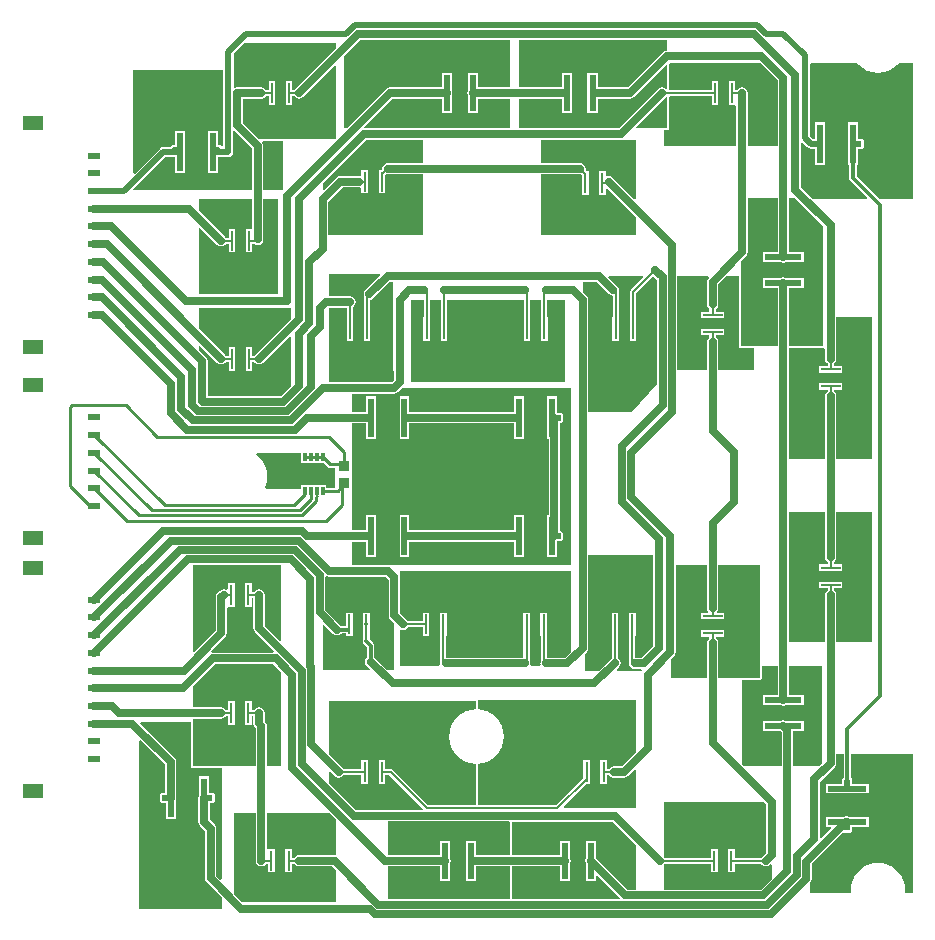
<source format=gtl>
G04*
G04 #@! TF.GenerationSoftware,Altium Limited,Altium Designer,19.0.12 (326)*
G04*
G04 Layer_Physical_Order=1*
G04 Layer_Color=255*
%FSLAX25Y25*%
%MOIN*%
G70*
G01*
G75*
%ADD12C,0.01000*%
%ADD16R,0.01968X0.12992*%
%ADD17R,0.05118X0.12992*%
%ADD18R,0.12992X0.01968*%
%ADD19R,0.12992X0.05118*%
%ADD20R,0.00984X0.06693*%
%ADD21R,0.01968X0.06693*%
%ADD22R,0.06693X0.00984*%
%ADD23R,0.06693X0.01968*%
%ADD24R,0.03740X0.03740*%
%ADD25R,0.01181X0.02953*%
%ADD26R,0.06890X0.05709*%
%ADD27R,0.02165X0.12205*%
%ADD28R,0.04134X0.12205*%
%ADD29R,0.12205X0.02165*%
%ADD30R,0.12205X0.04134*%
%ADD31R,0.03937X0.02362*%
%ADD32R,0.07087X0.04921*%
%ADD33R,0.02165X0.01968*%
%ADD34R,0.01968X0.02165*%
%ADD55C,0.02000*%
%ADD56C,0.02500*%
%ADD57C,0.00800*%
%ADD58C,0.01200*%
G36*
X500000Y437258D02*
X499809Y437179D01*
X488637D01*
X481063Y444754D01*
Y448404D01*
X481423D01*
Y453866D01*
X482792D01*
X483251Y454057D01*
X483441Y454516D01*
Y456484D01*
X483251Y456944D01*
X482792Y457134D01*
X481423D01*
Y462596D01*
X478255D01*
Y448404D01*
X478616D01*
Y444247D01*
X478709Y443779D01*
X478974Y443382D01*
X484715Y437641D01*
X484523Y437179D01*
X466334D01*
X462516Y440997D01*
Y455729D01*
X463016Y455937D01*
X464606Y454347D01*
X465136Y453993D01*
X465760Y453869D01*
X465857D01*
X465863Y453866D01*
X467231D01*
Y448404D01*
X470400D01*
Y455263D01*
X470447Y455500D01*
X470400Y455737D01*
Y462596D01*
X467231D01*
Y457134D01*
X466433D01*
X465511Y458056D01*
Y481751D01*
X466043Y482283D01*
X481309D01*
X481748Y481748D01*
X483129Y480616D01*
X484703Y479774D01*
X486412Y479256D01*
X488189Y479081D01*
X489966Y479256D01*
X491675Y479774D01*
X493249Y480616D01*
X494630Y481748D01*
X495069Y482283D01*
X500000D01*
Y437258D01*
D02*
G37*
G36*
X365500Y474327D02*
X354832D01*
Y479143D01*
X351467D01*
Y473252D01*
X351407Y473163D01*
X351263Y472441D01*
X351407Y471719D01*
X351467Y471629D01*
Y465739D01*
X354832D01*
Y470555D01*
X365500D01*
Y460630D01*
X317209D01*
X317017Y461092D01*
X326480Y470555D01*
X342806D01*
Y465739D01*
X346171D01*
Y471629D01*
X346231Y471719D01*
X346374Y472441D01*
X346231Y473163D01*
X346171Y473252D01*
Y479143D01*
X342806D01*
Y474327D01*
X325699D01*
X324977Y474184D01*
X324365Y473775D01*
X311220Y460630D01*
X310236D01*
Y484734D01*
X315502Y490000D01*
X365500D01*
Y474327D01*
D02*
G37*
G36*
X418022Y486575D02*
X417760D01*
X417038Y486432D01*
X416426Y486023D01*
X404731Y474327D01*
X394753D01*
Y479143D01*
X391388D01*
Y465739D01*
X394753D01*
Y470555D01*
X405512D01*
X406234Y470698D01*
X406846Y471107D01*
X417560Y481821D01*
X418022Y481630D01*
Y474039D01*
X417814Y473910D01*
X417522Y473825D01*
X416985Y474184D01*
X416263Y474327D01*
X415541Y474184D01*
X414929Y473775D01*
X401784Y460630D01*
X368504D01*
Y470555D01*
X382726D01*
Y465739D01*
X386091D01*
Y479143D01*
X382726D01*
Y474327D01*
X368504D01*
Y490000D01*
X418022D01*
Y486575D01*
D02*
G37*
G36*
X307500Y487333D02*
X293942Y473775D01*
X293732Y473460D01*
X293021D01*
Y476387D01*
X290836D01*
Y468495D01*
X293021D01*
Y471421D01*
X293732D01*
X293942Y471107D01*
X294554Y470698D01*
X295276Y470555D01*
X295997Y470698D01*
X296609Y471107D01*
X307038Y481536D01*
X307500Y481345D01*
Y457000D01*
X281888D01*
X276390Y462498D01*
Y470555D01*
X282676D01*
X283398Y470698D01*
X284010Y471107D01*
X284220Y471421D01*
X285128D01*
Y468495D01*
X287312D01*
Y476387D01*
X285128D01*
Y473460D01*
X284220D01*
X284010Y473775D01*
X283398Y474184D01*
X282676Y474327D01*
X274503D01*
X274000Y474227D01*
X273500Y474551D01*
Y485760D01*
X276740Y489000D01*
X307500D01*
Y487333D01*
D02*
G37*
G36*
X417819Y470969D02*
X418022Y470843D01*
Y460630D01*
X407773D01*
X407581Y461092D01*
X417522Y471032D01*
X417819Y470969D01*
D02*
G37*
G36*
X454807Y476552D02*
Y454724D01*
X444800D01*
Y472441D01*
X444656Y473163D01*
X444247Y473775D01*
X443635Y474184D01*
X442913Y474327D01*
X442192Y474184D01*
X441580Y473775D01*
X441370Y473460D01*
X440658D01*
Y476387D01*
X438474D01*
Y468495D01*
X440658D01*
X441027Y468178D01*
Y454724D01*
X417000D01*
Y459980D01*
X418022D01*
X418481Y460171D01*
X418671Y460630D01*
Y470843D01*
X418642Y470915D01*
X418654Y470992D01*
X418950Y471406D01*
X418973Y471421D01*
X432765D01*
Y468495D01*
X434950D01*
Y476387D01*
X432765D01*
Y473460D01*
X418973D01*
X418950Y473476D01*
X418654Y473890D01*
X418642Y473967D01*
X418671Y474039D01*
Y481630D01*
X418622Y481749D01*
Y481879D01*
X418903Y482255D01*
X418940Y482283D01*
X449076D01*
X454807Y476552D01*
D02*
G37*
G36*
X270022Y454837D02*
X269605Y454690D01*
X269522Y454674D01*
X269006Y455019D01*
X268382Y455143D01*
X268096D01*
Y459852D01*
X264928D01*
Y452993D01*
X264880Y452756D01*
X264928Y452519D01*
Y445660D01*
X268096D01*
Y451122D01*
X269465D01*
X269470Y451125D01*
X271654D01*
X272278Y451249D01*
X272807Y451602D01*
X273161Y452132D01*
X273285Y452756D01*
Y459615D01*
X273747Y459806D01*
X279610Y453943D01*
Y440000D01*
X240124D01*
X240051Y440500D01*
X250676Y451125D01*
X252530D01*
X252535Y451122D01*
X253904D01*
Y445660D01*
X257072D01*
Y452519D01*
X257119Y452756D01*
X257072Y452993D01*
Y459852D01*
X253904D01*
Y455143D01*
X253618D01*
X252994Y455019D01*
X252465Y454665D01*
X252279Y454387D01*
X250000D01*
X249376Y454263D01*
X248847Y453909D01*
X240462Y445525D01*
X240000Y445716D01*
Y480000D01*
X270022D01*
Y454837D01*
D02*
G37*
G36*
X289997Y440000D02*
X283382D01*
Y454724D01*
X283239Y455446D01*
X282969Y455851D01*
X283224Y456351D01*
X289997D01*
Y440000D01*
D02*
G37*
G36*
X336614Y449130D02*
X324803D01*
X324081Y448987D01*
X323469Y448578D01*
X323060Y447966D01*
X322917Y447244D01*
X322483Y446860D01*
X321762D01*
Y438967D01*
X323946D01*
Y444945D01*
X324432Y445432D01*
X324803Y445358D01*
X336614D01*
Y425197D01*
X305036D01*
Y436227D01*
X309836Y441027D01*
X315354D01*
X315667Y441089D01*
X316054Y440772D01*
Y438967D01*
X318238D01*
Y446860D01*
X316054D01*
Y445055D01*
X315667Y444737D01*
X315354Y444800D01*
X309055D01*
X308333Y444656D01*
X307721Y444247D01*
X303611Y440137D01*
X303150Y440329D01*
Y442214D01*
X317628Y456693D01*
X336614D01*
Y449130D01*
D02*
G37*
G36*
X407480Y437179D02*
X407018Y436988D01*
X399759Y444247D01*
X399147Y444656D01*
X398425Y444800D01*
X397947Y444704D01*
X397446Y445040D01*
Y446447D01*
X395262D01*
Y438553D01*
X397446D01*
Y440571D01*
X397908Y440763D01*
X407480Y431191D01*
Y425197D01*
X375984D01*
Y445358D01*
X388976D01*
X389120Y445387D01*
X389553Y445014D01*
Y438553D01*
X391738D01*
Y446447D01*
X391216D01*
X390789Y446874D01*
X390863Y447244D01*
X390719Y447966D01*
X390310Y448578D01*
X389698Y448987D01*
X388976Y449130D01*
X375984D01*
Y456693D01*
X407480D01*
Y437179D01*
D02*
G37*
G36*
X288215Y405512D02*
X261811D01*
Y427388D01*
X262273Y427579D01*
X267958Y421895D01*
X268569Y421486D01*
X269291Y421342D01*
X270013Y421486D01*
X270625Y421895D01*
X270835Y422209D01*
X271743D01*
Y419282D01*
X273927D01*
Y427175D01*
X271743D01*
Y424248D01*
X270835D01*
X270625Y424562D01*
X261811Y433376D01*
Y437008D01*
X279610D01*
Y427175D01*
X277451D01*
Y419282D01*
X279635D01*
Y422209D01*
X280282D01*
X280774Y421880D01*
X281496Y421737D01*
X282218Y421880D01*
X282830Y422289D01*
X283239Y422901D01*
X283382Y423623D01*
Y437008D01*
X288215D01*
Y405512D01*
D02*
G37*
G36*
X470000Y428178D02*
Y388000D01*
X458579D01*
Y407372D01*
X463395D01*
Y410738D01*
X457505D01*
X457415Y410798D01*
X456693Y410941D01*
X455971Y410798D01*
X455881Y410738D01*
X449991D01*
Y407372D01*
X454807D01*
Y388000D01*
X442500D01*
Y416210D01*
X444247Y417958D01*
X444656Y418570D01*
X444800Y419291D01*
Y437500D01*
X454807D01*
Y419399D01*
X449991D01*
Y416034D01*
X455881D01*
X455971Y415974D01*
X456693Y415830D01*
X457415Y415974D01*
X457505Y416034D01*
X463395D01*
Y419399D01*
X458579D01*
Y437500D01*
X460678D01*
X470000Y428178D01*
D02*
G37*
G36*
X441851Y388000D02*
X442041Y387541D01*
X442500Y387351D01*
X446850D01*
Y379921D01*
X434957D01*
Y389369D01*
X434813Y390091D01*
X434405Y390703D01*
X434091Y390913D01*
Y391624D01*
X437017D01*
Y393809D01*
X429124D01*
Y391624D01*
X432051D01*
Y390913D01*
X431737Y390703D01*
X431328Y390091D01*
X431185Y389369D01*
Y379921D01*
X421386D01*
Y411417D01*
X431718D01*
X431910Y410955D01*
X431737Y410783D01*
X431328Y410171D01*
X431185Y409449D01*
Y401968D01*
X431328Y401247D01*
X431737Y400635D01*
X432051Y400425D01*
Y399517D01*
X429124D01*
Y397333D01*
X437017D01*
Y399517D01*
X434091D01*
Y400425D01*
X434405Y400635D01*
X434813Y401247D01*
X434957Y401968D01*
Y408668D01*
X437707Y411417D01*
X441851D01*
Y388000D01*
D02*
G37*
G36*
X410028Y411076D02*
X405775Y406823D01*
X405554Y406493D01*
X405477Y406102D01*
Y397647D01*
X405404D01*
Y389754D01*
X407588D01*
Y397647D01*
X407516D01*
Y405680D01*
X413262Y411426D01*
X414514Y410174D01*
Y375497D01*
X406283Y366000D01*
X391650D01*
Y403543D01*
X391506Y404265D01*
X391098Y404877D01*
X390000Y405975D01*
Y409531D01*
X394494D01*
X398666Y405359D01*
X399278Y404950D01*
X399768Y404853D01*
Y397647D01*
X399695D01*
Y389754D01*
X401880D01*
Y397647D01*
X401807D01*
Y405905D01*
X401768Y406100D01*
X401886Y406693D01*
X401743Y407415D01*
X401334Y408027D01*
X398284Y411076D01*
X398476Y411538D01*
X409836Y411538D01*
X410028Y411076D01*
D02*
G37*
G36*
X383858Y375984D02*
X332677D01*
Y403543D01*
X336776D01*
Y397647D01*
X336703D01*
Y389754D01*
X338887D01*
Y397647D01*
X338815D01*
Y403543D01*
X342484D01*
Y397647D01*
X342412D01*
Y389754D01*
X344596D01*
Y397647D01*
X344524D01*
Y403543D01*
X370240D01*
Y397647D01*
X370168D01*
Y389754D01*
X372352D01*
Y397647D01*
X372279D01*
Y403543D01*
X375949D01*
Y397647D01*
X375876D01*
Y389754D01*
X378061D01*
Y397647D01*
X377988D01*
Y403543D01*
X383858D01*
Y375984D01*
D02*
G37*
G36*
X322256Y411538D02*
X317367Y406649D01*
X316958Y406037D01*
X316814Y405315D01*
X316894Y404916D01*
Y397647D01*
X316821D01*
Y389754D01*
X319005D01*
Y397647D01*
X318933D01*
Y403475D01*
X319423Y403572D01*
X320035Y403981D01*
X325585Y409531D01*
X326593D01*
Y379921D01*
X326854Y379682D01*
Y376766D01*
X326073Y375984D01*
X305118D01*
Y400870D01*
X311185D01*
Y397647D01*
X311113D01*
Y389754D01*
X313297D01*
Y397647D01*
X313224D01*
Y401212D01*
X313539Y401422D01*
X313947Y402034D01*
X314091Y402756D01*
X313947Y403478D01*
X313539Y404090D01*
X312927Y404499D01*
X312205Y404642D01*
X305118D01*
Y412000D01*
X322065D01*
X322256Y411538D01*
D02*
G37*
G36*
X292520Y397155D02*
X280557Y385192D01*
X280347Y384878D01*
X279635D01*
Y387805D01*
X277451D01*
Y379912D01*
X279635D01*
Y382839D01*
X280347D01*
X280557Y382524D01*
X281169Y382116D01*
X281891Y381972D01*
X282612Y382116D01*
X283224Y382524D01*
X292058Y391358D01*
X292520Y391167D01*
Y374715D01*
X289215Y371410D01*
X264853D01*
Y383011D01*
X264709Y383733D01*
X264300Y384345D01*
X261811Y386834D01*
Y388018D01*
X262273Y388209D01*
X267958Y382524D01*
X268569Y382116D01*
X269291Y381972D01*
X270013Y382116D01*
X270625Y382524D01*
X270835Y382839D01*
X271743D01*
Y379912D01*
X273927D01*
Y387805D01*
X271743D01*
Y384878D01*
X270835D01*
X270625Y385192D01*
X261811Y394006D01*
Y400787D01*
X292520D01*
Y397155D01*
D02*
G37*
G36*
X486221Y350500D02*
X474327D01*
Y371259D01*
X474184Y371981D01*
X473775Y372593D01*
X473460Y372803D01*
Y373514D01*
X476387D01*
Y375698D01*
X468495D01*
Y373514D01*
X471421D01*
Y372803D01*
X471107Y372593D01*
X470698Y371981D01*
X470555Y371259D01*
Y350500D01*
X458579D01*
Y387351D01*
X470000D01*
X470055Y387373D01*
X470555Y387039D01*
Y383858D01*
X470698Y383136D01*
X471107Y382524D01*
X471421Y382315D01*
Y381407D01*
X468495D01*
Y379223D01*
X476387D01*
Y381407D01*
X473460D01*
Y382315D01*
X473775Y382524D01*
X474184Y383136D01*
X474327Y383858D01*
Y397638D01*
X486221D01*
Y350500D01*
D02*
G37*
G36*
X385827Y314961D02*
X312992D01*
Y322917D01*
X317707D01*
Y317707D01*
X320876D01*
Y331899D01*
X317707D01*
Y326689D01*
X312992D01*
Y362287D01*
X317707D01*
Y357077D01*
X320876D01*
Y371269D01*
X317707D01*
Y366059D01*
X312992D01*
Y372130D01*
X326772D01*
X327494Y372273D01*
X328105Y372682D01*
X329439Y374016D01*
X385827D01*
Y314961D01*
D02*
G37*
G36*
X296054Y349105D02*
X303640D01*
X304916Y347829D01*
X304916Y347829D01*
X305279Y347586D01*
X305709Y347500D01*
X307087D01*
Y340885D01*
X304340D01*
Y341840D01*
X296054D01*
Y340551D01*
X284251D01*
X284064Y340863D01*
X284020Y341051D01*
X284524Y342711D01*
X284699Y344488D01*
X284524Y346265D01*
X284006Y347974D01*
X283164Y349549D01*
X282031Y350929D01*
X280894Y351862D01*
X281073Y352362D01*
X296054D01*
Y349105D01*
D02*
G37*
G36*
X486221Y289370D02*
X474327D01*
Y305118D01*
X474184Y305840D01*
X473775Y306452D01*
X473460Y306662D01*
Y307373D01*
X476387D01*
Y309558D01*
X468495D01*
Y307373D01*
X471421D01*
Y306662D01*
X471107Y306452D01*
X470698Y305840D01*
X470555Y305118D01*
Y289370D01*
X458661D01*
Y332677D01*
X470555D01*
Y317717D01*
X470698Y316996D01*
X471107Y316384D01*
X471421Y316174D01*
Y315266D01*
X468495D01*
Y313082D01*
X476387D01*
Y315266D01*
X473460D01*
Y316174D01*
X473775Y316384D01*
X474184Y316996D01*
X474327Y317717D01*
Y332677D01*
X486221D01*
Y289370D01*
D02*
G37*
G36*
X448819Y277559D02*
X434957D01*
Y288976D01*
X434813Y289697D01*
X434405Y290309D01*
X434091Y290519D01*
Y291231D01*
X437017D01*
Y293415D01*
X429124D01*
Y291231D01*
X432051D01*
Y290519D01*
X431737Y290309D01*
X431328Y289697D01*
X431185Y288976D01*
Y277559D01*
X419291D01*
Y283721D01*
X420188Y284618D01*
X420597Y285230D01*
X420741Y285952D01*
Y314961D01*
X431185D01*
Y300853D01*
X431328Y300131D01*
X431667Y299624D01*
X431542Y299254D01*
X431446Y299124D01*
X429124D01*
Y296939D01*
X437017D01*
Y299124D01*
X434696D01*
X434600Y299254D01*
X434474Y299624D01*
X434813Y300131D01*
X434957Y300853D01*
Y314961D01*
X448819D01*
Y277559D01*
D02*
G37*
G36*
X289370Y289835D02*
X288908Y289644D01*
X283776Y294776D01*
Y305118D01*
X283632Y305840D01*
X283224Y306452D01*
X282612Y306861D01*
X281890Y307004D01*
X281168Y306861D01*
X280556Y306452D01*
X280346Y306138D01*
X279439D01*
Y309065D01*
X277254D01*
Y301172D01*
X279439D01*
Y304099D01*
X280003D01*
Y293994D01*
X280147Y293272D01*
X280556Y292660D01*
X286868Y286348D01*
X286677Y285886D01*
X266500D01*
X266201Y285827D01*
X265955Y286288D01*
X270624Y290957D01*
X271033Y291569D01*
X271177Y292290D01*
Y300855D01*
X271546Y301172D01*
X273730D01*
Y309065D01*
X271546D01*
Y306991D01*
X271046Y306723D01*
X270840Y306861D01*
X270118Y307004D01*
X269396Y306861D01*
X268784Y306452D01*
X267957Y305624D01*
X267548Y305012D01*
X267404Y304291D01*
Y293072D01*
X260304Y285972D01*
X259842Y286163D01*
Y315114D01*
X289370D01*
Y289835D01*
D02*
G37*
G36*
X413386Y288101D02*
X409455Y284170D01*
X407319D01*
Y291329D01*
X407391D01*
Y299222D01*
X405207D01*
Y291329D01*
X405280D01*
Y283071D01*
X405318Y282876D01*
X405200Y282283D01*
X405344Y281562D01*
X405753Y280950D01*
X406365Y280541D01*
X407087Y280397D01*
X409345D01*
X409612Y279897D01*
X409599Y279878D01*
X401309Y279878D01*
X401118Y280340D01*
X401924Y281147D01*
X402333Y281758D01*
X402477Y282480D01*
X402333Y283202D01*
X401924Y283814D01*
X401610Y284024D01*
Y291329D01*
X401683D01*
Y299222D01*
X399498D01*
Y291329D01*
X399571D01*
Y284024D01*
X399257Y283814D01*
X395321Y279878D01*
X390500D01*
Y285470D01*
X391098Y286068D01*
X391506Y286680D01*
X391650Y287402D01*
Y318500D01*
X413386Y318500D01*
X413386Y288101D01*
D02*
G37*
G36*
X385827Y286132D02*
X383864Y284170D01*
X377791D01*
Y291329D01*
X377864D01*
Y299222D01*
X375679D01*
Y291329D01*
X375752D01*
Y283071D01*
X375791Y282876D01*
X375673Y282283D01*
X375730Y281996D01*
X375320Y281496D01*
X372712D01*
X372302Y281996D01*
X372359Y282283D01*
X372215Y283005D01*
X372083Y283204D01*
Y291329D01*
X372155D01*
Y299222D01*
X369971D01*
Y291329D01*
X370043D01*
Y284170D01*
X344327D01*
Y291329D01*
X344399D01*
Y299222D01*
X342215D01*
Y291329D01*
X342287D01*
Y283071D01*
X342326Y282876D01*
X342208Y282283D01*
X342265Y281996D01*
X341855Y281496D01*
X328740D01*
Y293352D01*
X329181Y293587D01*
X329262Y293533D01*
X329984Y293389D01*
X330706Y293533D01*
X331318Y293942D01*
X331528Y294256D01*
X336506D01*
Y291329D01*
X338690D01*
Y299222D01*
X336506D01*
Y296295D01*
X331528D01*
X331318Y296609D01*
X328886Y299041D01*
Y311000D01*
X328743Y311722D01*
X328740Y311726D01*
Y312992D01*
X385827D01*
Y286132D01*
D02*
G37*
G36*
X304546Y311257D02*
X305268Y311114D01*
X324219D01*
X325114Y310219D01*
Y298260D01*
X325257Y297538D01*
X325666Y296926D01*
X326772Y295821D01*
Y280000D01*
X324668D01*
X320444Y284224D01*
X320334Y284297D01*
Y288240D01*
X320241Y288708D01*
X319975Y289106D01*
X318727Y290354D01*
Y291329D01*
X318809D01*
Y294750D01*
X318847Y294807D01*
X318940Y295276D01*
X318847Y295744D01*
X318809Y295801D01*
Y299222D01*
X316624D01*
Y295806D01*
X316577Y295734D01*
X316484Y295266D01*
X316577Y294798D01*
X316624Y294726D01*
Y291329D01*
X316687D01*
Y290278D01*
X316577Y290112D01*
X316484Y289644D01*
X316577Y289175D01*
X316842Y288778D01*
X317887Y287734D01*
Y284297D01*
X317776Y284224D01*
X317368Y283612D01*
X317224Y282890D01*
X317368Y282168D01*
X317776Y281556D01*
X318870Y280462D01*
X318679Y280000D01*
X303150D01*
Y295030D01*
X303611Y295221D01*
X306666Y292166D01*
X307278Y291757D01*
X308000Y291614D01*
X308722Y291757D01*
X309334Y292166D01*
X309407Y292277D01*
X310916D01*
Y291329D01*
X313100D01*
Y299222D01*
X310916D01*
Y294724D01*
X309407D01*
X309334Y294834D01*
X303986Y300181D01*
Y311101D01*
X304427Y311337D01*
X304546Y311257D01*
D02*
G37*
G36*
X469500Y248847D02*
X468685Y248031D01*
X459886D01*
Y259735D01*
X463395D01*
Y263100D01*
X457505D01*
X457415Y263160D01*
X456693Y263304D01*
X455971Y263160D01*
X455881Y263100D01*
X449991D01*
Y259735D01*
X455708D01*
X456114Y259329D01*
Y248031D01*
X443612D01*
X442913Y248730D01*
Y276910D01*
X448819D01*
X449278Y277100D01*
X449468Y277559D01*
Y281496D01*
X454807D01*
Y271761D01*
X449991D01*
Y268396D01*
X455881D01*
X455971Y268336D01*
X456693Y268193D01*
X457415Y268336D01*
X457505Y268396D01*
X463395D01*
Y271761D01*
X458579D01*
Y281496D01*
X469500D01*
Y248847D01*
D02*
G37*
G36*
X289370Y279462D02*
Y248031D01*
X284563D01*
Y261503D01*
X284419Y262225D01*
X284010Y262837D01*
X283776Y263071D01*
Y265748D01*
X283632Y266470D01*
X283224Y267082D01*
X282612Y267491D01*
X281890Y267634D01*
X281168Y267491D01*
X280556Y267082D01*
X280346Y266768D01*
X279439D01*
Y269694D01*
X277254D01*
Y261802D01*
X279439D01*
Y264728D01*
X280003D01*
Y262289D01*
X280147Y261567D01*
X280556Y260956D01*
X280790Y260721D01*
Y248031D01*
X259842D01*
Y263862D01*
X269290D01*
X270012Y264005D01*
X270624Y264414D01*
X270834Y264728D01*
X271546D01*
Y261802D01*
X273730D01*
Y269694D01*
X271546D01*
Y266768D01*
X270834D01*
X270624Y267082D01*
X270012Y267491D01*
X269290Y267634D01*
X259842D01*
Y274675D01*
X267281Y282114D01*
X286719D01*
X289370Y279462D01*
D02*
G37*
G36*
X407480Y252667D02*
X402762Y247949D01*
X400169D01*
X399447Y247806D01*
X398835Y247397D01*
X398772Y247334D01*
X398562Y247020D01*
X397898D01*
Y249946D01*
X395714D01*
Y242054D01*
X397898D01*
Y244980D01*
X398562D01*
X398772Y244666D01*
X399384Y244257D01*
X400106Y244114D01*
X400422Y244177D01*
X403543D01*
X404265Y244320D01*
X404877Y244729D01*
X407018Y246870D01*
X407480Y246679D01*
Y234252D01*
X383591D01*
X383400Y234714D01*
X390740Y242054D01*
X392190D01*
Y249946D01*
X390005D01*
Y244203D01*
X380822Y235020D01*
X354832D01*
Y248815D01*
X356108Y248941D01*
X357816Y249459D01*
X359391Y250301D01*
X360771Y251433D01*
X361904Y252814D01*
X362746Y254388D01*
X363264Y256097D01*
X363439Y257874D01*
X363264Y259651D01*
X362746Y261360D01*
X361904Y262934D01*
X360771Y264315D01*
X359391Y265447D01*
X357816Y266289D01*
X356108Y266807D01*
X354832Y266933D01*
Y270000D01*
X407480D01*
Y252667D01*
D02*
G37*
G36*
X500000Y205782D02*
X497580D01*
X497244Y206152D01*
X497297Y206693D01*
X497122Y208470D01*
X496604Y210178D01*
X495762Y211753D01*
X494630Y213134D01*
X493249Y214266D01*
X491675Y215108D01*
X489966Y215626D01*
X488189Y215801D01*
X486412Y215626D01*
X484703Y215108D01*
X483129Y214266D01*
X481748Y213134D01*
X480616Y211753D01*
X479774Y210178D01*
X479256Y208470D01*
X479081Y206693D01*
X479134Y206152D01*
X478798Y205782D01*
X465531D01*
Y209122D01*
X465534Y209124D01*
X465943Y209736D01*
X466086Y210458D01*
Y215387D01*
X476711Y226012D01*
X477016Y225886D01*
X478984D01*
X479443Y226076D01*
X479634Y226536D01*
Y227904D01*
X485096D01*
Y231072D01*
X478959D01*
X478722Y231231D01*
X478000Y231374D01*
X477520D01*
X476798Y231231D01*
X476561Y231072D01*
X470904D01*
Y227904D01*
X472615D01*
X472806Y227442D01*
X469359Y223995D01*
X468859Y224202D01*
Y242870D01*
X473775Y247786D01*
X474184Y248398D01*
X474327Y249120D01*
Y252000D01*
X476777D01*
Y244015D01*
X476556Y243924D01*
X476366Y243465D01*
Y242096D01*
X470904D01*
Y238928D01*
X485096D01*
Y242096D01*
X479634D01*
Y243465D01*
X479443Y243924D01*
X479223Y244015D01*
Y252000D01*
X500000D01*
Y205782D01*
D02*
G37*
G36*
X354183Y269694D02*
Y266968D01*
X352554Y266807D01*
X350845Y266289D01*
X349270Y265447D01*
X347890Y264315D01*
X346757Y262934D01*
X345916Y261360D01*
X345397Y259651D01*
X345222Y257874D01*
X345397Y256097D01*
X345916Y254388D01*
X346757Y252814D01*
X347890Y251433D01*
X349270Y250301D01*
X350845Y249459D01*
X352554Y248941D01*
X354183Y248780D01*
Y235020D01*
X338237D01*
X326475Y246782D01*
X326144Y247003D01*
X325754Y247081D01*
X323946D01*
Y250008D01*
X321762D01*
Y242115D01*
X323946D01*
Y245041D01*
X325332D01*
X336525Y233848D01*
X336333Y233386D01*
X314281D01*
X305118Y242549D01*
Y246061D01*
X305580Y246252D01*
X307103Y244729D01*
X307715Y244320D01*
X308437Y244177D01*
X309159Y244320D01*
X309771Y244729D01*
X309979Y245041D01*
X316054D01*
Y242115D01*
X318238D01*
Y250008D01*
X316054D01*
Y247081D01*
X309982D01*
X309771Y247397D01*
X305118Y252049D01*
Y269694D01*
X354183Y269694D01*
D02*
G37*
G36*
X259193Y248031D02*
X259383Y247572D01*
X259842Y247382D01*
X269396D01*
Y210302D01*
X268934Y210111D01*
X267634Y211411D01*
Y227252D01*
X267491Y227974D01*
X267082Y228586D01*
X265398Y230270D01*
Y235866D01*
X266465D01*
X266924Y236057D01*
X267114Y236516D01*
Y238484D01*
X266924Y238944D01*
X266465Y239134D01*
X265096D01*
Y244596D01*
X261928D01*
Y238459D01*
X261769Y238222D01*
X261626Y237500D01*
Y229488D01*
X261769Y228766D01*
X262178Y228154D01*
X263862Y226471D01*
Y210630D01*
X264005Y209908D01*
X264414Y209296D01*
X269396Y204314D01*
Y200501D01*
X269290Y200396D01*
X242000D01*
Y256553D01*
X242462Y256745D01*
X250602Y248604D01*
Y239134D01*
X249535D01*
X249076Y238944D01*
X248886Y238484D01*
Y236516D01*
X249076Y236057D01*
X249535Y235866D01*
X250904D01*
Y230404D01*
X254072D01*
Y236541D01*
X254231Y236778D01*
X254374Y237500D01*
Y249386D01*
X254231Y250108D01*
X253822Y250720D01*
X242205Y262336D01*
X242412Y262837D01*
X259193D01*
Y248031D01*
D02*
G37*
G36*
X365500Y229500D02*
Y218422D01*
X354282D01*
Y223238D01*
X350916D01*
Y209833D01*
X354282D01*
Y214649D01*
X365500D01*
Y203786D01*
X325000D01*
Y214649D01*
X342255D01*
Y209833D01*
X345620D01*
Y215724D01*
X345680Y215814D01*
X345824Y216535D01*
X345680Y217257D01*
X345620Y217347D01*
Y223238D01*
X342255D01*
Y218422D01*
X325000D01*
Y229614D01*
X365047D01*
X365500Y229500D01*
D02*
G37*
G36*
X280790Y232283D02*
Y216535D01*
X280934Y215814D01*
X281343Y215202D01*
X281955Y214793D01*
X282676Y214649D01*
X283398Y214793D01*
X284010Y215202D01*
X284220Y215516D01*
X284931D01*
Y212589D01*
X287116D01*
Y220482D01*
X284931D01*
X284563Y220798D01*
Y232283D01*
X305549Y232283D01*
X307500Y230332D01*
Y218734D01*
X307114Y218416D01*
X307087Y218422D01*
X295276D01*
X294554Y218278D01*
X293942Y217869D01*
X293732Y217555D01*
X292824D01*
Y220482D01*
X290640D01*
Y212589D01*
X292824D01*
Y215516D01*
X293732D01*
X293942Y215202D01*
X294554Y214793D01*
X295276Y214649D01*
X306305D01*
X307500Y213455D01*
Y202756D01*
X276290Y202756D01*
X273622Y205423D01*
Y232283D01*
X280790D01*
D02*
G37*
G36*
X450870Y235439D02*
Y219203D01*
X449536Y217869D01*
X449326Y217555D01*
X440462D01*
Y220482D01*
X438278D01*
Y212589D01*
X440462D01*
Y215516D01*
X449326D01*
X449536Y215202D01*
X450148Y214793D01*
X450870Y214649D01*
X451591Y214793D01*
X452203Y215202D01*
X452294Y215292D01*
X452756Y215101D01*
Y210450D01*
X449192Y206886D01*
X417000D01*
Y215503D01*
X417008Y215516D01*
X432569D01*
Y212589D01*
X434754D01*
Y220482D01*
X432569D01*
Y217555D01*
X417008D01*
X417000Y217567D01*
Y236221D01*
X450088Y236221D01*
X450870Y235439D01*
D02*
G37*
G36*
X407500Y221832D02*
Y206886D01*
X404836D01*
X394202Y217520D01*
Y223238D01*
X390837D01*
Y217347D01*
X390777Y217257D01*
X390633Y216535D01*
X390777Y215814D01*
X390837Y215724D01*
Y209833D01*
X394202D01*
Y211532D01*
X394664Y211723D01*
X402139Y204248D01*
X401948Y203786D01*
X366149D01*
Y214649D01*
X382176D01*
Y209833D01*
X385541D01*
Y215724D01*
X385601Y215814D01*
X385745Y216535D01*
X385601Y217257D01*
X385541Y217347D01*
Y223238D01*
X382176D01*
Y218422D01*
X366149D01*
Y229500D01*
X399833D01*
X407500Y221832D01*
D02*
G37*
%LPC*%
G36*
X370088Y371269D02*
X366920D01*
Y366059D01*
X331899D01*
Y371269D01*
X328731D01*
Y357077D01*
X331899D01*
Y362287D01*
X366920D01*
Y357077D01*
X370088D01*
Y371269D01*
D02*
G37*
G36*
Y331899D02*
X366920D01*
Y326689D01*
X331899D01*
Y331899D01*
X328731D01*
Y317707D01*
X331899D01*
Y322917D01*
X366920D01*
Y317707D01*
X370088D01*
Y331899D01*
D02*
G37*
G36*
X381112Y371269D02*
X377943D01*
Y357077D01*
X378430D01*
Y331899D01*
X377943D01*
Y317707D01*
X381112D01*
Y323111D01*
X381200Y323169D01*
X382480D01*
X382939Y323360D01*
X383130Y323819D01*
Y325787D01*
X382939Y326247D01*
X382480Y326437D01*
X382202D01*
Y362540D01*
X382480D01*
X382940Y362730D01*
X383130Y363189D01*
Y365158D01*
X382940Y365617D01*
X382480Y365807D01*
X381201D01*
X381112Y365866D01*
Y371269D01*
D02*
G37*
%LPD*%
D12*
X238000Y329642D02*
X304142D01*
X227000Y340642D02*
X238000Y329642D01*
X304142D02*
X309680Y335180D01*
X241824Y331724D02*
X296209D01*
X246129Y333324D02*
X295547D01*
X250435Y334924D02*
X293424D01*
X227000Y358358D02*
X250435Y334924D01*
X293424D02*
X297244Y338744D01*
X227000Y352453D02*
X246129Y333324D01*
X227000Y346547D02*
X241824Y331724D01*
X305118Y357874D02*
X310236Y352756D01*
X303150Y351181D02*
X305709Y348622D01*
X310236D01*
Y352756D01*
X301181Y351181D02*
X303150D01*
X299213D02*
X301181D01*
X297244D02*
X299213D01*
X225658Y334736D02*
X227000D01*
X308124Y339764D02*
X309680Y341320D01*
X310236Y341876D01*
X218898Y341496D02*
X225658Y334736D01*
X218898Y341496D02*
Y367717D01*
X219685Y368504D01*
X237402D01*
X248031Y357874D01*
X305118D01*
X309680Y335180D02*
Y341320D01*
X303150Y339764D02*
X308124D01*
X300813Y337741D02*
X301181Y338110D01*
X299213Y336990D02*
Y339764D01*
X295547Y333324D02*
X299213Y336990D01*
X296209Y331724D02*
X300813Y336327D01*
Y337741D01*
D16*
X266512Y452756D02*
D03*
X255488D02*
D03*
X479839Y455500D02*
D03*
X468815D02*
D03*
X252488Y237500D02*
D03*
X263512D02*
D03*
X319291Y324803D02*
D03*
X330315D02*
D03*
X368504D02*
D03*
X379528D02*
D03*
Y364173D02*
D03*
X368504D02*
D03*
X330315D02*
D03*
X319291D02*
D03*
D17*
X261000Y452756D02*
D03*
X474327Y455500D02*
D03*
X258000Y237500D02*
D03*
X324803Y324803D02*
D03*
X374016D02*
D03*
Y364173D02*
D03*
X324803D02*
D03*
D18*
X478000Y229488D02*
D03*
Y240512D02*
D03*
D19*
Y235000D02*
D03*
D20*
X322854Y246061D02*
D03*
X317146D02*
D03*
X396806Y246000D02*
D03*
X391098D02*
D03*
X390646Y442500D02*
D03*
X396354D02*
D03*
X317146Y442913D02*
D03*
X322854D02*
D03*
X343307Y295276D02*
D03*
X337598D02*
D03*
X376772D02*
D03*
X371063D02*
D03*
X371260Y393701D02*
D03*
X376969D02*
D03*
X337795D02*
D03*
X343504D02*
D03*
X317717Y295276D02*
D03*
X312008D02*
D03*
X406299D02*
D03*
X400591D02*
D03*
X400787Y393701D02*
D03*
X406496D02*
D03*
X312205D02*
D03*
X317913D02*
D03*
X278346Y305118D02*
D03*
X272638D02*
D03*
X439370Y216535D02*
D03*
X433661D02*
D03*
X433857Y472441D02*
D03*
X439566D02*
D03*
X272835Y383858D02*
D03*
X278543D02*
D03*
X278346Y265748D02*
D03*
X272638D02*
D03*
X291732Y216535D02*
D03*
X286024D02*
D03*
X286220Y472441D02*
D03*
X291928D02*
D03*
X272835Y423228D02*
D03*
X278543D02*
D03*
D21*
X320000Y246061D02*
D03*
X393952Y246000D02*
D03*
X393500Y442500D02*
D03*
X320000Y442913D02*
D03*
X340453Y295276D02*
D03*
X373917D02*
D03*
X374114Y393701D02*
D03*
X340650D02*
D03*
X314862Y295276D02*
D03*
X403445D02*
D03*
X403642Y393701D02*
D03*
X315059D02*
D03*
X275492Y305118D02*
D03*
X436516Y216535D02*
D03*
X436712Y472441D02*
D03*
X275689Y383858D02*
D03*
X275492Y265748D02*
D03*
X288878Y216535D02*
D03*
X289074Y472441D02*
D03*
X275689Y423228D02*
D03*
D22*
X433071Y298031D02*
D03*
Y292323D02*
D03*
Y398425D02*
D03*
Y392717D02*
D03*
X472441Y314174D02*
D03*
Y308465D02*
D03*
Y380315D02*
D03*
Y374606D02*
D03*
D23*
X433071Y295177D02*
D03*
Y395571D02*
D03*
X472441Y311320D02*
D03*
Y377461D02*
D03*
D24*
X310236Y348130D02*
D03*
Y342421D02*
D03*
D25*
X297244Y339764D02*
D03*
X299213D02*
D03*
X301181D02*
D03*
X303150D02*
D03*
X297244Y351181D02*
D03*
X299213D02*
D03*
X301181D02*
D03*
X303150D02*
D03*
D26*
X300197Y345472D02*
D03*
D27*
X352599Y216535D02*
D03*
X343938D02*
D03*
X392520D02*
D03*
X383858D02*
D03*
X384409Y472441D02*
D03*
X393070D02*
D03*
X344488D02*
D03*
X353150D02*
D03*
D28*
X348268Y216535D02*
D03*
X388189D02*
D03*
X388739Y472441D02*
D03*
X348819D02*
D03*
D29*
X456693Y270079D02*
D03*
Y261417D02*
D03*
Y417717D02*
D03*
Y409055D02*
D03*
D30*
Y265748D02*
D03*
Y413386D02*
D03*
D31*
X227000Y303500D02*
D03*
Y297594D02*
D03*
Y250350D02*
D03*
Y256256D02*
D03*
Y262161D02*
D03*
Y268067D02*
D03*
Y273972D02*
D03*
Y279878D02*
D03*
Y285784D02*
D03*
Y291689D02*
D03*
Y364264D02*
D03*
Y358358D02*
D03*
Y352453D02*
D03*
Y346547D02*
D03*
Y340642D02*
D03*
Y334736D02*
D03*
Y451575D02*
D03*
Y445669D02*
D03*
Y398425D02*
D03*
Y404331D02*
D03*
Y410236D02*
D03*
Y416142D02*
D03*
Y422047D02*
D03*
Y427953D02*
D03*
Y433858D02*
D03*
Y439764D02*
D03*
D32*
X206528Y239602D02*
D03*
Y314248D02*
D03*
Y375012D02*
D03*
Y323988D02*
D03*
Y387677D02*
D03*
Y462323D02*
D03*
D33*
X253618Y452756D02*
D03*
X268382D02*
D03*
X466945Y455500D02*
D03*
X481709D02*
D03*
X265382Y237500D02*
D03*
X250618D02*
D03*
X332185Y324803D02*
D03*
X317421D02*
D03*
X381398D02*
D03*
X366634D02*
D03*
X366634Y364173D02*
D03*
X381398D02*
D03*
X317421D02*
D03*
X332185D02*
D03*
D34*
X478000Y242382D02*
D03*
Y227618D02*
D03*
D55*
X450881Y492126D02*
X456693D01*
X448031Y494976D02*
X450881Y492126D01*
X313780Y494976D02*
X448031D01*
X310930Y492126D02*
X313780Y494976D01*
X277559Y492126D02*
X310930D01*
X271654Y486221D02*
X277559Y492126D01*
X271654Y452756D02*
Y486221D01*
X465760Y455500D02*
X468815D01*
X268382Y452756D02*
X271654D01*
X253618Y453512D02*
X254732D01*
X255488Y452756D01*
X250000D02*
X253618D01*
X266512D02*
X267268Y453512D01*
X268382D01*
X463880Y457380D02*
X465760Y455500D01*
X456693Y492126D02*
X463880Y484939D01*
Y457380D02*
Y484939D01*
X227000Y439764D02*
X237008D01*
X250000Y452756D01*
D56*
X446850Y492126D02*
X460630Y478346D01*
X314961Y492126D02*
X446850D01*
X295276Y472441D02*
X314961Y492126D01*
X320438Y198800D02*
X452542D01*
X318842Y200396D02*
X320438Y198800D01*
X275982Y200396D02*
X318842D01*
X307087Y216535D02*
X321722Y201900D01*
X464200Y216168D02*
X477520Y229488D01*
X464200Y210458D02*
Y216168D01*
X452542Y198800D02*
X464200Y210458D01*
X461100Y218018D02*
X466972Y223891D01*
X461100Y211742D02*
Y218018D01*
X451258Y201900D02*
X461100Y211742D01*
X456693Y261417D02*
X458000Y260110D01*
Y213026D02*
Y260110D01*
X449974Y205000D02*
X458000Y213026D01*
X404055Y205000D02*
X449974D01*
X402484Y458661D02*
X416263Y472441D01*
X316929Y458661D02*
X402484D01*
X274503Y461717D02*
X281496Y454724D01*
X274503Y461717D02*
Y472441D01*
X282676D01*
X400500Y231500D02*
X415465Y216535D01*
X313500Y231500D02*
X400500D01*
X452756Y218422D02*
Y236221D01*
X450870Y216535D02*
X452756Y218422D01*
X321722Y201900D02*
X451258D01*
X392520Y216535D02*
X404055Y205000D01*
X472441Y383858D02*
Y428405D01*
X460630Y440216D02*
X472441Y428405D01*
X460630Y440216D02*
Y478346D01*
X456693Y417717D02*
Y477334D01*
X416400Y368369D02*
Y410955D01*
X413874Y413481D02*
X416400Y410955D01*
X419500Y365957D02*
Y421839D01*
X304331Y402756D02*
X312205D01*
X302215Y400640D02*
X304331Y402756D01*
X318701Y405315D02*
X324803Y411417D01*
X472441Y249120D02*
Y305118D01*
X466972Y243652D02*
X472441Y249120D01*
X466972Y223891D02*
Y243652D01*
X252488Y237500D02*
Y249386D01*
X239713Y262161D02*
X252488Y249386D01*
X263512Y229488D02*
Y237500D01*
Y229488D02*
X265748Y227252D01*
Y210630D02*
Y227252D01*
X477520Y229488D02*
X478000D01*
X343504Y406693D02*
X370472D01*
X269290Y304291D02*
X270118Y305118D01*
X269290Y292290D02*
Y304291D01*
X400106Y246000D02*
X400169Y246063D01*
X403543D01*
X393701Y275590D02*
X400591Y282480D01*
X327000Y298260D02*
X329984Y295276D01*
X327000Y298260D02*
Y311000D01*
X326410Y275590D02*
X393701D01*
X319110Y282890D02*
X326410Y275590D01*
X302100Y299400D02*
X308000Y293500D01*
X302100Y299400D02*
Y311784D01*
X265748Y210630D02*
X275982Y200396D01*
X227000Y262161D02*
X239713D01*
X227000Y268067D02*
X232933D01*
X235252Y265748D01*
X269290D01*
X323965Y216535D02*
X343938D01*
X293000Y247500D02*
X323965Y216535D01*
X293000Y247500D02*
Y278500D01*
X287500Y284000D02*
X293000Y278500D01*
X281890Y293994D02*
Y305118D01*
Y293994D02*
X296100Y279784D01*
X299000Y281268D02*
Y310500D01*
Y281268D02*
X299200Y281068D01*
Y255300D02*
Y281068D01*
Y255300D02*
X308437Y246063D01*
X295276Y216535D02*
X307087D01*
X266500Y284000D02*
X287500D01*
X256472Y273972D02*
X266500Y284000D01*
X227000Y273972D02*
X256472D01*
X256878Y279878D02*
X269290Y292290D01*
X227000Y279878D02*
X256878D01*
X292500Y317000D02*
X299000Y310500D01*
X293784Y320100D02*
X302100Y311784D01*
X258217Y317000D02*
X292500D01*
X295068Y323200D02*
X305268Y313000D01*
X325000D01*
X249800Y326300D02*
X296352D01*
X252606Y323200D02*
X295068D01*
X255411Y320100D02*
X293784D01*
X297849Y324803D02*
X318503D01*
X296352Y326300D02*
X297849Y324803D01*
X227000Y285784D02*
X258217Y317000D01*
X227000Y291689D02*
X255411Y320100D01*
X227000Y297594D02*
X252606Y323200D01*
X227000Y303500D02*
X249800Y326300D01*
X325000Y313000D02*
X327000Y311000D01*
X299213Y374356D02*
Y391281D01*
X291281Y366424D02*
X299213Y374356D01*
X292565Y363324D02*
X303256Y374016D01*
X326772D01*
X257973Y360224D02*
X293849D01*
X259823Y363324D02*
X292565D01*
X261529Y366424D02*
X291281D01*
X297798Y364173D02*
X318504D01*
X293849Y360224D02*
X297798Y364173D01*
X295215Y374742D02*
Y392232D01*
X289997Y369524D02*
X295215Y374742D01*
X263153Y369524D02*
X289997D01*
X299213Y391281D02*
X302215Y394283D01*
Y400640D01*
X262966Y369711D02*
X263153Y369524D01*
X262966Y369711D02*
Y383011D01*
X259467Y368486D02*
X261529Y366424D01*
X295215Y392232D02*
X298715Y395732D01*
Y416068D01*
X255966Y367180D02*
X259823Y363324D01*
X252467Y365731D02*
X257973Y360224D01*
X402806Y336171D02*
Y354774D01*
X405905Y337795D02*
Y352362D01*
X433071Y359842D02*
X440158Y352756D01*
Y336221D02*
Y352756D01*
X433071Y329134D02*
X440158Y336221D01*
X433071Y300853D02*
Y329134D01*
Y359842D02*
Y389369D01*
X309055Y442913D02*
X315354D01*
X231102Y422047D02*
X269291Y383858D01*
X229410Y398425D02*
X252467Y375368D01*
Y365731D02*
Y375368D01*
X331890Y406693D02*
X337008D01*
X324803Y411417D02*
X395276D01*
X400000Y406693D01*
X377559D02*
X386614D01*
X389764Y403543D01*
X377559Y282283D02*
X384646D01*
X389764Y287402D01*
X344094Y282283D02*
X370472D01*
X389764Y287402D02*
Y403543D01*
X328740D02*
X331890Y406693D01*
X303150Y437008D02*
X309055Y442913D01*
X303150Y420503D02*
Y437008D01*
X295215Y436947D02*
X316929Y458661D01*
X325699Y472441D02*
X344488D01*
X281891Y383858D02*
X295215Y397182D01*
Y436947D01*
X298715Y416068D02*
X303150Y420503D01*
X281496Y423623D02*
Y454724D01*
X291339Y438081D02*
X325699Y472441D01*
X291339Y403107D02*
Y438081D01*
X232653Y427953D02*
X257498Y403107D01*
X291339D01*
X353150Y472441D02*
X383858D01*
X393701D02*
X405512D01*
X417760Y484689D01*
X449338D01*
X472441Y317717D02*
Y371259D01*
X442913Y419291D02*
Y472441D01*
X433071Y409449D02*
X442913Y419291D01*
X433071Y401968D02*
Y409449D01*
X331103Y364173D02*
X367717D01*
X380316Y324804D02*
Y364173D01*
X380315Y324803D02*
X380316Y324804D01*
X331102Y324803D02*
X367716D01*
X456693Y270079D02*
Y409055D01*
X353150Y216535D02*
X383858D01*
X282676D02*
Y261503D01*
X281890Y262289D02*
X282676Y261503D01*
X281890Y262289D02*
Y265748D01*
X324803Y447244D02*
X388976D01*
X403543Y246063D02*
X411417Y253937D01*
X326772Y374016D02*
X328740Y375984D01*
Y403543D01*
X433071Y255906D02*
Y288976D01*
Y255906D02*
X452756Y236221D01*
X407087Y282283D02*
X410236D01*
X415354Y287402D01*
Y323622D01*
X411417Y253937D02*
Y278515D01*
X418854Y285952D01*
X227000Y398425D02*
X229410D01*
Y404331D02*
X255966Y377774D01*
Y367180D02*
Y377774D01*
X227000Y404331D02*
X229410D01*
Y410236D02*
X259467Y380179D01*
Y368486D02*
Y380179D01*
X227000Y410236D02*
X229410D01*
X229836Y416142D02*
X262966Y383011D01*
X227000Y416142D02*
X229836D01*
X227000Y422047D02*
X231102D01*
X227000Y427953D02*
X232653D01*
X227000Y433858D02*
X258661D01*
X269291Y423228D01*
X418854Y285952D02*
Y324847D01*
X405905Y337795D02*
X418854Y324847D01*
X402806Y336171D02*
X415354Y323622D01*
X296100Y248900D02*
Y279784D01*
X449338Y484689D02*
X456693Y477334D01*
X296100Y248900D02*
X313500Y231500D01*
X405905Y352362D02*
X419500Y365957D01*
X398425Y442913D02*
X419500Y421839D01*
X402806Y354774D02*
X416400Y368369D01*
D57*
X416263Y472441D02*
X433857D01*
X337815Y234000D02*
X381244D01*
X325754Y246061D02*
X337815Y234000D01*
X381244D02*
X391098Y243853D01*
X415465Y216535D02*
X433661D01*
X439370D02*
X450870D01*
X406496Y406102D02*
X413874Y413481D01*
X312205Y393701D02*
Y402756D01*
X317913Y405315D02*
X318701D01*
X317913Y393701D02*
Y405315D01*
X281102Y423228D02*
X281496Y423623D01*
X278543Y423228D02*
X281102D01*
X269291D02*
X272835D01*
X278543Y383858D02*
X281891D01*
X269291D02*
X272835D01*
X400000Y406693D02*
X400787Y405905D01*
Y393701D02*
Y405905D01*
X406496Y393701D02*
Y406102D01*
X376969D02*
X377559Y406693D01*
X376969Y393701D02*
Y406102D01*
X370472Y406693D02*
X371260Y405905D01*
Y393701D02*
Y405905D01*
X343504Y393701D02*
Y406693D01*
X337008D02*
X337795Y405905D01*
Y393701D02*
Y405905D01*
X278346Y305118D02*
X281890D01*
X270118D02*
X270500Y305500D01*
X270882Y305118D01*
X272638D01*
X278346Y265748D02*
X281890D01*
X269290D02*
X272638D01*
X291732Y216535D02*
X295276D01*
X282676D02*
X286024D01*
X308437Y246063D02*
X308439Y246061D01*
X317146D01*
X322854D02*
X325754D01*
X396806Y246000D02*
X400106D01*
X391098Y243853D02*
Y246000D01*
X472441Y314174D02*
Y317717D01*
Y305118D02*
Y308465D01*
Y380315D02*
Y383858D01*
Y371259D02*
Y374606D01*
X291928Y472441D02*
X295276D01*
X282676D02*
X286220D01*
X322854Y445295D02*
X324803Y447244D01*
X322854Y442913D02*
Y445295D01*
X315354Y442913D02*
X317146D01*
X398012Y442500D02*
X398425Y442913D01*
X396354Y442500D02*
X398012D01*
X388976Y447244D02*
X390646Y445575D01*
Y442500D02*
Y445575D01*
X439566Y472441D02*
X442913D01*
X433071Y398425D02*
Y401968D01*
Y389369D02*
Y392717D01*
Y288976D02*
Y292323D01*
Y298031D02*
Y300853D01*
X400591Y282480D02*
Y295276D01*
X406299Y283071D02*
X407087Y282283D01*
X406299Y283071D02*
Y295276D01*
X376772Y283071D02*
X377559Y282283D01*
X376772Y283071D02*
Y295276D01*
X370472Y282283D02*
X371063Y282874D01*
Y295276D01*
X343307Y283071D02*
X344094Y282283D01*
X343307Y283071D02*
Y295276D01*
X329984D02*
X337598D01*
X317707Y289644D02*
Y295266D01*
D58*
X479839Y444247D02*
Y455500D01*
Y444247D02*
X489000Y435086D01*
Y271500D02*
Y435086D01*
X478000Y260500D02*
X489000Y271500D01*
X478000Y240512D02*
Y260500D01*
X317707Y295266D02*
X317717Y295276D01*
X317707Y289644D02*
X319110Y288240D01*
Y282890D02*
Y288240D01*
X308000Y293500D02*
X311417D01*
M02*

</source>
